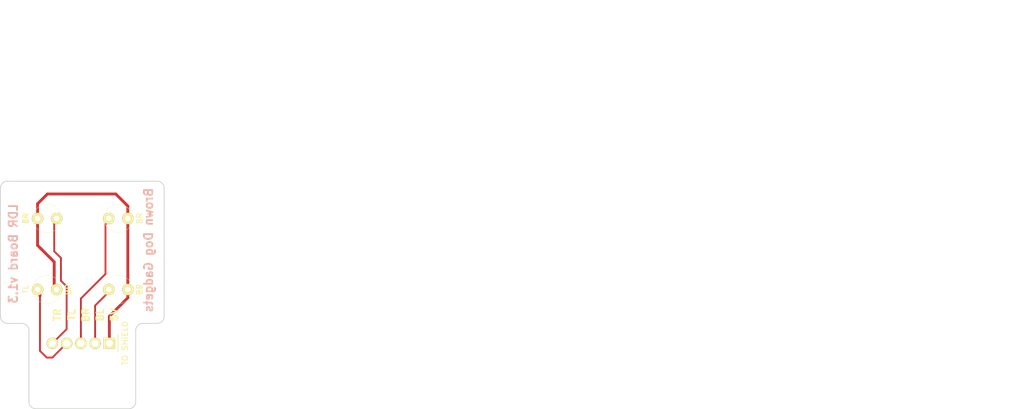
<source format=kicad_pcb>
(kicad_pcb (version 20171130) (host pcbnew "(5.1.8)-1")

  (general
    (thickness 1.6)
    (drawings 24)
    (tracks 36)
    (zones 0)
    (modules 7)
    (nets 6)
  )

  (page USLetter)
  (title_block
    (title "Solar Tracker Light Sensing Board")
    (date "08 May 2017")
    (rev v1.3)
    (company "All rights reserved.")
    (comment 1 help@browndoggadgets.com)
    (comment 2 http://browndoggadgets.com/)
    (comment 3 "Brown Dog Gadgets")
  )

  (layers
    (0 F.Cu signal)
    (31 B.Cu signal)
    (34 B.Paste user)
    (35 F.Paste user)
    (36 B.SilkS user)
    (37 F.SilkS user)
    (38 B.Mask user)
    (39 F.Mask user)
    (40 Dwgs.User user)
    (44 Edge.Cuts user)
    (46 B.CrtYd user)
    (47 F.CrtYd user)
    (48 B.Fab user)
    (49 F.Fab user)
  )

  (setup
    (last_trace_width 0.254)
    (user_trace_width 0.1524)
    (user_trace_width 0.254)
    (user_trace_width 0.3302)
    (user_trace_width 0.508)
    (user_trace_width 0.762)
    (user_trace_width 1.27)
    (trace_clearance 0.254)
    (zone_clearance 0.508)
    (zone_45_only no)
    (trace_min 0.1524)
    (via_size 0.6858)
    (via_drill 0.3302)
    (via_min_size 0.6858)
    (via_min_drill 0.3302)
    (user_via 0.6858 0.3302)
    (user_via 0.762 0.4064)
    (user_via 0.8636 0.508)
    (uvia_size 0.6858)
    (uvia_drill 0.3302)
    (uvias_allowed no)
    (uvia_min_size 0)
    (uvia_min_drill 0)
    (edge_width 0.1524)
    (segment_width 0.1524)
    (pcb_text_width 0.1524)
    (pcb_text_size 1.016 1.016)
    (mod_edge_width 0.1524)
    (mod_text_size 1.016 1.016)
    (mod_text_width 0.1524)
    (pad_size 1.524 1.524)
    (pad_drill 0.762)
    (pad_to_mask_clearance 0.0762)
    (solder_mask_min_width 0.1016)
    (pad_to_paste_clearance -0.0762)
    (aux_axis_origin 0 0)
    (visible_elements 7FFFFFFF)
    (pcbplotparams
      (layerselection 0x310fc_80000001)
      (usegerberextensions true)
      (usegerberattributes true)
      (usegerberadvancedattributes true)
      (creategerberjobfile true)
      (excludeedgelayer true)
      (linewidth 0.100000)
      (plotframeref false)
      (viasonmask false)
      (mode 1)
      (useauxorigin false)
      (hpglpennumber 1)
      (hpglpenspeed 20)
      (hpglpendiameter 15.000000)
      (psnegative false)
      (psa4output false)
      (plotreference true)
      (plotvalue true)
      (plotinvisibletext false)
      (padsonsilk false)
      (subtractmaskfromsilk false)
      (outputformat 1)
      (mirror false)
      (drillshape 0)
      (scaleselection 1)
      (outputdirectory "gerbers"))
  )

  (net 0 "")
  (net 1 +5V)
  (net 2 /BOTTOMLEFT)
  (net 3 /BOTTOMRIGHT)
  (net 4 /TOPLEFT)
  (net 5 /TOPRIGHT)

  (net_class Default "This is the default net class."
    (clearance 0.254)
    (trace_width 0.254)
    (via_dia 0.6858)
    (via_drill 0.3302)
    (uvia_dia 0.6858)
    (uvia_drill 0.3302)
    (add_net +5V)
    (add_net /BOTTOMLEFT)
    (add_net /BOTTOMRIGHT)
    (add_net /TOPLEFT)
    (add_net /TOPRIGHT)
  )

  (module LDR-Board:PHOTOCELL-5.1MM (layer F.Cu) (tedit 60CBC119) (tstamp 57D617DD)
    (at 25.724981 58.465073 270)
    (descr "Through hole pin header")
    (tags "pin header")
    (path /57D0184D)
    (fp_text reference R2 (at 0 0) (layer F.Fab)
      (effects (font (size 1 1) (thickness 0.15)))
    )
    (fp_text value PHOTOCELL (at 0 0 270) (layer F.Fab) hide
      (effects (font (size 1 1) (thickness 0.15)))
    )
    (fp_text user BR (at 0 -3.81 270) (layer F.SilkS)
      (effects (font (size 1 1) (thickness 0.15)))
    )
    (fp_circle (center 0 0) (end 2.794 0) (layer F.CrtYd) (width 0.05))
    (fp_circle (center 0 0) (end 2.54 0) (layer F.SilkS) (width 0.05))
    (fp_circle (center 0 0) (end 2.54 0) (layer F.Fab) (width 0.05))
    (pad 2 thru_hole oval (at 0 1.7 270) (size 2.032 2.032) (drill 1.016) (layers *.Cu *.Mask F.SilkS)
      (net 3 /BOTTOMRIGHT))
    (pad 1 thru_hole circle (at 0 -1.7 270) (size 2.032 2.032) (drill 1.016) (layers *.Cu *.Mask F.SilkS)
      (net 1 +5V))
  )

  (module LDR-Board:PHOTOCELL-5.1MM (layer F.Cu) (tedit 60CBC119) (tstamp 57D617D1)
    (at 13.024981 71.165073 270)
    (descr "Through hole pin header")
    (tags "pin header")
    (path /57D2DF8D)
    (fp_text reference R3 (at 0 0) (layer F.Fab)
      (effects (font (size 1 1) (thickness 0.15)))
    )
    (fp_text value PHOTOCELL (at 0 0 270) (layer F.Fab) hide
      (effects (font (size 1 1) (thickness 0.15)))
    )
    (fp_text user TL (at -0.045073 3.81 270) (layer F.SilkS)
      (effects (font (size 1 1) (thickness 0.15)))
    )
    (fp_text user BR (at 0 -3.81 90) (layer F.SilkS)
      (effects (font (size 1 1) (thickness 0.15)))
    )
    (fp_circle (center 0 0) (end 2.794 0) (layer F.CrtYd) (width 0.05))
    (fp_circle (center 0 0) (end 2.54 0) (layer F.SilkS) (width 0.05))
    (fp_circle (center 0 0) (end 2.54 0) (layer F.Fab) (width 0.05))
    (pad 2 thru_hole oval (at 0 1.7 270) (size 2.032 2.032) (drill 1.016) (layers *.Cu *.Mask F.SilkS)
      (net 4 /TOPLEFT))
    (pad 1 thru_hole circle (at 0 -1.7 270) (size 2.032 2.032) (drill 1.016) (layers *.Cu *.Mask F.SilkS)
      (net 1 +5V))
  )

  (module LDR-Board:PHOTOCELL-5.1MM (layer F.Cu) (tedit 60CBC119) (tstamp 57D617C5)
    (at 25.724981 71.165073 270)
    (descr "Through hole pin header")
    (tags "pin header")
    (path /57D0194A)
    (fp_text reference R1 (at 0 0) (layer F.Fab)
      (effects (font (size 1 1) (thickness 0.15)))
    )
    (fp_text value PHOTOCELL (at 0 0 270) (layer F.Fab) hide
      (effects (font (size 1 1) (thickness 0.15)))
    )
    (fp_text user BL (at 0 -3.81 270) (layer F.SilkS)
      (effects (font (size 1 1) (thickness 0.15)))
    )
    (fp_text user BR (at 0 -3.81 90) (layer F.SilkS)
      (effects (font (size 1 1) (thickness 0.15)))
    )
    (fp_circle (center 0 0) (end 2.794 0) (layer F.CrtYd) (width 0.05))
    (fp_circle (center 0 0) (end 2.54 0) (layer F.SilkS) (width 0.05))
    (fp_circle (center 0 0) (end 2.54 0) (layer F.Fab) (width 0.05))
    (pad 2 thru_hole oval (at 0 1.7 270) (size 2.032 2.032) (drill 1.016) (layers *.Cu *.Mask F.SilkS)
      (net 2 /BOTTOMLEFT))
    (pad 1 thru_hole circle (at 0 -1.7 270) (size 2.032 2.032) (drill 1.016) (layers *.Cu *.Mask F.SilkS)
      (net 1 +5V))
  )

  (module LDR-Board:PHOTOCELL-5.1MM (layer F.Cu) (tedit 60CBC119) (tstamp 57D617E9)
    (at 13.024981 58.465073 90)
    (descr "Through hole pin header")
    (tags "pin header")
    (path /57D2E022)
    (fp_text reference R4 (at 0 0 180) (layer F.Fab)
      (effects (font (size 1 1) (thickness 0.15)))
    )
    (fp_text value PHOTOCELL (at 0 0 90) (layer F.Fab) hide
      (effects (font (size 1 1) (thickness 0.15)))
    )
    (fp_text user TR (at 0 -3.81 90) (layer F.SilkS)
      (effects (font (size 1 1) (thickness 0.15)))
    )
    (fp_text user BR (at 0 -3.81 90) (layer F.SilkS)
      (effects (font (size 1 1) (thickness 0.15)))
    )
    (fp_circle (center 0 0) (end 2.794 0) (layer F.CrtYd) (width 0.05))
    (fp_circle (center 0 0) (end 2.54 0) (layer F.SilkS) (width 0.05))
    (fp_circle (center 0 0) (end 2.54 0) (layer F.Fab) (width 0.05))
    (pad 2 thru_hole oval (at 0 1.7 90) (size 2.032 2.032) (drill 1.016) (layers *.Cu *.Mask F.SilkS)
      (net 5 /TOPRIGHT))
    (pad 1 thru_hole circle (at 0 -1.7 90) (size 2.032 2.032) (drill 1.016) (layers *.Cu *.Mask F.SilkS)
      (net 1 +5V))
  )

  (module LDR-Board:CONN-ONSHORE-SCREW-GREEN-5PIN-TH (layer F.Cu) (tedit 60CBC02C) (tstamp 57D6273E)
    (at 24.13 80.772 270)
    (descr "Through hole pin header")
    (tags "pin header")
    (path /57D62B1D)
    (fp_text reference J1 (at 0 2.54 270) (layer F.Fab)
      (effects (font (size 1 1) (thickness 0.15)))
    )
    (fp_text value "TO SOLAR SHIELD" (at 2.286 3.302) (layer F.Fab) hide
      (effects (font (size 1 1) (thickness 0.15)))
    )
    (fp_text user "TO SHIELD" (at 0 -2.794 270) (layer F.SilkS)
      (effects (font (size 1.016 1.016) (thickness 0.1524)))
    )
    (fp_line (start -3.3 11.76) (end 3.3 11.76) (layer F.Fab) (width 0.05))
    (fp_line (start -3.33 -1.75) (end -3.33 11.76) (layer F.Fab) (width 0.05))
    (fp_line (start -3.3 -1.75) (end 3.3 -1.75) (layer F.Fab) (width 0.05))
    (fp_line (start 3.33 -1.75) (end 3.33 11.76) (layer F.Fab) (width 0.05))
    (fp_line (start -1.55 -1.55) (end 1.55 -1.55) (layer F.SilkS) (width 0.15))
    (fp_line (start -3.3 11.76) (end 3.3 11.76) (layer F.CrtYd) (width 0.05))
    (fp_line (start -3.3 -1.75) (end 3.3 -1.75) (layer F.CrtYd) (width 0.05))
    (fp_line (start 3.33 -1.75) (end 3.33 11.76) (layer F.CrtYd) (width 0.05))
    (fp_line (start -3.33 -1.75) (end -3.33 11.76) (layer F.CrtYd) (width 0.05))
    (fp_circle (center 0 0) (end 0 0.254) (layer F.Fab) (width 0.2))
    (pad 5 thru_hole oval (at 0 10.16 270) (size 2.032 2.032) (drill 1.3) (layers *.Cu *.Mask F.SilkS)
      (net 5 /TOPRIGHT))
    (pad 4 thru_hole oval (at 0 7.62 270) (size 2.032 2.032) (drill 1.3) (layers *.Cu *.Mask F.SilkS)
      (net 4 /TOPLEFT))
    (pad 3 thru_hole oval (at 0 5.08 270) (size 2.032 2.032) (drill 1.3) (layers *.Cu *.Mask F.SilkS)
      (net 3 /BOTTOMRIGHT))
    (pad 2 thru_hole oval (at 0 2.54 270) (size 2.032 2.032) (drill 1.3) (layers *.Cu *.Mask F.SilkS)
      (net 2 /BOTTOMLEFT))
    (pad 1 thru_hole rect (at 0 0 270) (size 2.032 2.032) (drill 1.3) (layers *.Cu *.Mask F.SilkS)
      (net 1 +5V))
  )

  (module Wickerlib:HOLE-UNPLATED-200MIL (layer F.Cu) (tedit 590DC0F9) (tstamp 59112A9F)
    (at 19.05 87.884)
    (descr "Standard 2x20 DIP header based on KiCad Pin Header 2x20")
    (tags "pin header")
    (fp_text reference V (at 0 -2) (layer F.SilkS) hide
      (effects (font (size 1.016 1.016) (thickness 0.1524)))
    )
    (fp_text value HOLE-PLATED-200MIL (at -2.1 2.88 90) (layer F.Fab) hide
      (effects (font (size 1 1) (thickness 0.15)))
    )
    (pad "" np_thru_hole circle (at 0 0) (size 5.08 5.08) (drill 5.08) (layers *.Cu))
  )

  (module Wickerlib:HOLE-UNPLATED-200MIL (layer F.Cu) (tedit 590DC0F9) (tstamp 5910F0DC)
    (at 19.05 65.151)
    (descr "Standard 2x20 DIP header based on KiCad Pin Header 2x20")
    (tags "pin header")
    (fp_text reference V (at 0 -2) (layer F.SilkS) hide
      (effects (font (size 1.016 1.016) (thickness 0.1524)))
    )
    (fp_text value HOLE-PLATED-200MIL (at -2.1 2.88 90) (layer F.Fab) hide
      (effects (font (size 1 1) (thickness 0.15)))
    )
    (pad "" np_thru_hole circle (at 0 0) (size 5.08 5.08) (drill 5.08) (layers *.Cu))
  )

  (gr_arc (start 5.969 53.086) (end 4.699 53.086) (angle 90) (layer Edge.Cuts) (width 0.15))
  (gr_arc (start 5.969 75.946) (end 5.969 77.216) (angle 90) (layer Edge.Cuts) (width 0.15))
  (gr_line (start 5.969 77.216) (end 8.509 77.216) (layer Edge.Cuts) (width 0.15))
  (gr_arc (start 11.049 91.186) (end 11.049 92.456) (angle 90) (layer Edge.Cuts) (width 0.15))
  (gr_arc (start 30.099 78.486) (end 28.829 78.486) (angle 90) (layer Edge.Cuts) (width 0.15))
  (gr_arc (start 8.509 78.486) (end 8.509 77.216) (angle 90) (layer Edge.Cuts) (width 0.15))
  (gr_arc (start 27.559 91.186) (end 28.829 91.186) (angle 90) (layer Edge.Cuts) (width 0.15))
  (gr_arc (start 32.639 75.946) (end 33.909 75.946) (angle 90) (layer Edge.Cuts) (width 0.15))
  (gr_arc (start 32.639 53.086) (end 32.639 51.816) (angle 90) (layer Edge.Cuts) (width 0.15))
  (gr_line (start 32.639 77.216) (end 30.099 77.216) (layer Edge.Cuts) (width 0.15))
  (gr_line (start 33.909 53.086) (end 33.909 75.946) (layer Edge.Cuts) (width 0.15))
  (gr_line (start 4.699 53.086) (end 4.699 75.946) (layer Edge.Cuts) (width 0.15))
  (gr_line (start 32.639 51.816) (end 5.969 51.816) (layer Edge.Cuts) (width 0.15))
  (gr_text "Brown Dog Gadgets" (at 31.115 64.135 90) (layer B.SilkS) (tstamp 57D6292E)
    (effects (font (size 1.5 1.5) (thickness 0.3)) (justify mirror))
  )
  (gr_text "LDR Board v1.3\n" (at 6.985 64.77 90) (layer B.SilkS) (tstamp 57D62917)
    (effects (font (size 1.5 1.5) (thickness 0.3)) (justify mirror))
  )
  (gr_text 5V (at 25.019 75.692 90) (layer F.SilkS) (tstamp 57D61B8F)
    (effects (font (size 1.27 1.27) (thickness 0.254)))
  )
  (gr_text TR (at 14.859 75.692 90) (layer F.SilkS) (tstamp 57D61B8E)
    (effects (font (size 1.27 1.27) (thickness 0.254)))
  )
  (gr_text TL (at 17.399 75.692 90) (layer F.SilkS) (tstamp 57D61B8D)
    (effects (font (size 1.27 1.27) (thickness 0.254)))
  )
  (gr_text BR (at 19.939 75.692 90) (layer F.SilkS) (tstamp 57D61B8C)
    (effects (font (size 1.27 1.27) (thickness 0.254)))
  )
  (gr_text BL (at 22.479 75.692 90) (layer F.SilkS) (tstamp 57D61B8B)
    (effects (font (size 1.27 1.27) (thickness 0.254)))
  )
  (gr_line (start 28.829 91.186) (end 28.829 78.486) (layer Edge.Cuts) (width 0.15))
  (gr_line (start 11.049 92.456) (end 27.559 92.456) (layer Edge.Cuts) (width 0.15))
  (gr_line (start 9.779 78.486) (end 9.779 91.186) (layer Edge.Cuts) (width 0.15))
  (gr_text "FABRICATION NOTES\n\n1. THIS IS A 2 LAYER BOARD. \n2. EXTERNAL LAYERS SHALL HAVE 1 OZ COPPER.\n3. MATERIAL: FR4 AND 0.062 INCH +/- 10% THICK.\n4. BOARDS SHALL BE ROHS COMPLIANT. \n5. MANUFACTURE IN ACCORDANCE WITH IPC-6012 CLASS 2\n6. MASK: BOTH SIDES OF THE BOARD SHALL HAVE \n   SOLDER MASK (ANY COLOR) OVER BARE COPPER. \n7. SILK: BOTH SIDES OF THE BOARD SHALL HAVE \n   WHITE SILKSCREEN. DO NOT PLACE SILK OVER BARE COPPER.\n8. FINISH: ENIG.\n9. MINIMUM TRACE WIDTH - 0.006 INCH.\n   MINIMUM SPACE - 0.006 INCH.\n   MINIMUM HOLE DIA - 0.013 INCH. \n10. MAX HOLE PLACEMENT TOLERANCE OF +/- 0.003 INCH.\n11. MAX HOLE DIAMETER TOLERANCE OF +/- 0.003 INCH AFTER PLATING." (at 44.196 54.102) (layer Dwgs.User)
    (effects (font (size 2.54 2.54) (thickness 0.254)) (justify left))
  )

  (segment (start 26.7208 73.3552) (end 26.994981 73.081019) (width 0.508) (layer F.Cu) (net 1))
  (segment (start 24.13 75.946) (end 26.7208 73.3552) (width 0.508) (layer F.Cu) (net 1))
  (segment (start 26.7208 73.3552) (end 27.424981 72.651019) (width 0.508) (layer F.Cu) (net 1))
  (segment (start 27.424981 72.651019) (end 27.424981 71.165073) (width 0.508) (layer F.Cu) (net 1))
  (segment (start 27.424981 71.165073) (end 27.424981 69.728233) (width 0.508) (layer F.Cu) (net 1))
  (segment (start 27.424981 69.728233) (end 27.424981 58.465073) (width 0.508) (layer F.Cu) (net 1))
  (segment (start 11.324981 58.465073) (end 11.324981 55.858019) (width 0.508) (layer F.Cu) (net 1))
  (segment (start 11.324981 55.858019) (end 13.081 54.102) (width 0.508) (layer F.Cu) (net 1))
  (segment (start 13.081 54.102) (end 25.273 54.102) (width 0.508) (layer F.Cu) (net 1))
  (segment (start 25.273 54.102) (end 27.424981 56.253981) (width 0.508) (layer F.Cu) (net 1))
  (segment (start 27.424981 56.253981) (end 27.424981 58.465073) (width 0.508) (layer F.Cu) (net 1))
  (segment (start 11.9634 63.9064) (end 14.294981 66.237981) (width 0.508) (layer F.Cu) (net 1))
  (segment (start 11.754981 63.697981) (end 11.9634 63.9064) (width 0.508) (layer F.Cu) (net 1))
  (segment (start 11.9634 63.9064) (end 11.324981 63.267981) (width 0.508) (layer F.Cu) (net 1))
  (segment (start 11.324981 63.267981) (end 11.324981 58.465073) (width 0.508) (layer F.Cu) (net 1))
  (segment (start 24.13 80.772) (end 24.13 75.946) (width 0.508) (layer F.Cu) (net 1))
  (segment (start 14.294981 66.237981) (end 14.294981 71.165073) (width 0.508) (layer F.Cu) (net 1))
  (segment (start 24.454981 71.165073) (end 21.59 74.030054) (width 0.3302) (layer F.Cu) (net 2))
  (segment (start 21.59 74.030054) (end 21.59 80.772) (width 0.3302) (layer F.Cu) (net 2))
  (segment (start 24.454981 58.465073) (end 23.438982 59.481072) (width 0.3302) (layer F.Cu) (net 3))
  (segment (start 23.438982 59.481072) (end 23.438982 68.382018) (width 0.3302) (layer F.Cu) (net 3))
  (segment (start 23.438982 68.382018) (end 19.05 72.771) (width 0.3302) (layer F.Cu) (net 3))
  (segment (start 19.05 72.771) (end 19.05 80.772) (width 0.3302) (layer F.Cu) (net 3))
  (segment (start 11.754981 72.3392) (end 11.754981 71.165073) (width 0.3302) (layer F.Cu) (net 4))
  (segment (start 11.754981 82.112981) (end 11.754981 72.3392) (width 0.3302) (layer F.Cu) (net 4))
  (segment (start 11.754981 72.3392) (end 11.754981 71.595073) (width 0.508) (layer F.Cu) (net 4))
  (segment (start 11.754981 71.595073) (end 11.324981 71.165073) (width 0.508) (layer F.Cu) (net 4))
  (segment (start 12.954 83.312) (end 13.97 83.312) (width 0.3302) (layer F.Cu) (net 4))
  (segment (start 13.97 83.312) (end 16.51 80.772) (width 0.3302) (layer F.Cu) (net 4))
  (segment (start 12.954 83.312) (end 11.754981 82.112981) (width 0.3302) (layer F.Cu) (net 4))
  (segment (start 14.294981 58.465073) (end 14.294981 64.332981) (width 0.3302) (layer F.Cu) (net 5))
  (segment (start 15.494 65.532) (end 15.494 69.596) (width 0.3302) (layer F.Cu) (net 5))
  (segment (start 16.51 78.232) (end 13.97 80.772) (width 0.3302) (layer F.Cu) (net 5))
  (segment (start 14.294981 64.332981) (end 15.494 65.532) (width 0.3302) (layer F.Cu) (net 5))
  (segment (start 15.494 69.596) (end 16.51 70.612) (width 0.3302) (layer F.Cu) (net 5))
  (segment (start 16.51 70.612) (end 16.51 78.232) (width 0.3302) (layer F.Cu) (net 5))

)

</source>
